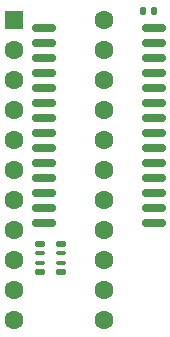
<source format=gbr>
%TF.GenerationSoftware,KiCad,Pcbnew,9.0.2*%
%TF.CreationDate,2025-08-20T02:55:48+06:00*%
%TF.ProjectId,hp3478a-fram-6l,68703334-3738-4612-9d66-72616d2d366c,rev?*%
%TF.SameCoordinates,Original*%
%TF.FileFunction,Soldermask,Top*%
%TF.FilePolarity,Negative*%
%FSLAX46Y46*%
G04 Gerber Fmt 4.6, Leading zero omitted, Abs format (unit mm)*
G04 Created by KiCad (PCBNEW 9.0.2) date 2025-08-20 02:55:48*
%MOMM*%
%LPD*%
G01*
G04 APERTURE LIST*
G04 Aperture macros list*
%AMRoundRect*
0 Rectangle with rounded corners*
0 $1 Rounding radius*
0 $2 $3 $4 $5 $6 $7 $8 $9 X,Y pos of 4 corners*
0 Add a 4 corners polygon primitive as box body*
4,1,4,$2,$3,$4,$5,$6,$7,$8,$9,$2,$3,0*
0 Add four circle primitives for the rounded corners*
1,1,$1+$1,$2,$3*
1,1,$1+$1,$4,$5*
1,1,$1+$1,$6,$7*
1,1,$1+$1,$8,$9*
0 Add four rect primitives between the rounded corners*
20,1,$1+$1,$2,$3,$4,$5,0*
20,1,$1+$1,$4,$5,$6,$7,0*
20,1,$1+$1,$6,$7,$8,$9,0*
20,1,$1+$1,$8,$9,$2,$3,0*%
G04 Aperture macros list end*
%ADD10RoundRect,0.140000X0.140000X0.170000X-0.140000X0.170000X-0.140000X-0.170000X0.140000X-0.170000X0*%
%ADD11RoundRect,0.150000X-0.875000X-0.150000X0.875000X-0.150000X0.875000X0.150000X-0.875000X0.150000X0*%
%ADD12RoundRect,0.250000X-0.550000X-0.550000X0.550000X-0.550000X0.550000X0.550000X-0.550000X0.550000X0*%
%ADD13C,1.600000*%
%ADD14RoundRect,0.125000X0.275000X0.125000X-0.275000X0.125000X-0.275000X-0.125000X0.275000X-0.125000X0*%
%ADD15RoundRect,0.100000X0.300000X0.100000X-0.300000X0.100000X-0.300000X-0.100000X0.300000X-0.100000X0*%
G04 APERTURE END LIST*
D10*
%TO.C,C1*%
X144580000Y-56000000D03*
X143620000Y-56000000D03*
%TD*%
D11*
%TO.C,U7*%
X135300000Y-57430000D03*
X135300000Y-58700000D03*
X135300000Y-59970000D03*
X135300000Y-61240000D03*
X135300000Y-62510000D03*
X135300000Y-63780000D03*
X135300000Y-65050000D03*
X135300000Y-66320000D03*
X135300000Y-67590000D03*
X135300000Y-68860000D03*
X135300000Y-70130000D03*
X135300000Y-71400000D03*
X135300000Y-72670000D03*
X135300000Y-73940000D03*
X144600000Y-73940000D03*
X144600000Y-72670000D03*
X144600000Y-71400000D03*
X144600000Y-70130000D03*
X144600000Y-68860000D03*
X144600000Y-67590000D03*
X144600000Y-66320000D03*
X144600000Y-65050000D03*
X144600000Y-63780000D03*
X144600000Y-62510000D03*
X144600000Y-61240000D03*
X144600000Y-59970000D03*
X144600000Y-58700000D03*
X144600000Y-57430000D03*
%TD*%
D12*
%TO.C,J1*%
X132680000Y-56700000D03*
D13*
X132680000Y-59240000D03*
X132680000Y-61780000D03*
X132680000Y-64320000D03*
X132680000Y-66860000D03*
X132680000Y-69400000D03*
X132680000Y-71940000D03*
X132680000Y-74480000D03*
X132680000Y-77020000D03*
X132680000Y-79560000D03*
X132680000Y-82100000D03*
X140300000Y-82100000D03*
X140300000Y-79560000D03*
X140300000Y-77020000D03*
X140300000Y-74480000D03*
X140300000Y-71940000D03*
X140300000Y-69400000D03*
X140300000Y-66860000D03*
X140300000Y-64320000D03*
X140300000Y-61780000D03*
X140300000Y-59240000D03*
X140300000Y-56700000D03*
%TD*%
D14*
%TO.C,RN1*%
X136700000Y-78100000D03*
D15*
X136700000Y-77300000D03*
X136700000Y-76500000D03*
D14*
X136700000Y-75700000D03*
X134900000Y-75700000D03*
D15*
X134900000Y-76500000D03*
X134900000Y-77300000D03*
D14*
X134900000Y-78100000D03*
%TD*%
M02*

</source>
